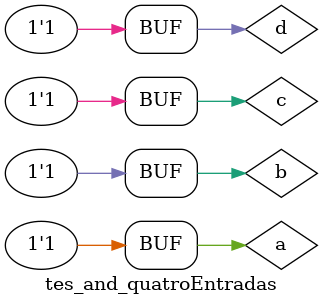
<source format=v>


module and_quatroEntradas (output s, input p, input q, input r, input w);

assign s = p & q & r & w;

endmodule  //and 4 entradas

//----------------------
//--test and 4 entradas
//------------------------
module tes_and_quatroEntradas;
//--------------dados locais
	reg a, b, c, d;   //definir registradores
	wire s;           //definir conexao(fio)

//------------instancia
and_quatroEntradas AND4 (s,a,b,c,d);

//------------preparacao
initial begin: start  //atribuicao simultanea dos valores iniciais

a=0; b=0; c=0; d=0;
end

//---------------parte principal
initial begin:main
	$display("Exercicio08 - Thais Mairink - 441710");
	$display("Test AND 4 entradas");
	$display("\na & b & c & d =  s\n");
   $monitor("%b & %b & %b & %b = %b", a, b, c, d, s);
#1 a=0; b=0; c=0; d=0;
#1 a=0; b=0; c=0; d=1;
#1 a=0; b=0; c=1; d=0;
#1 a=0; b=0; c=1; d=1;
#1 a=0; b=1; c=0; d=0;
#1 a=0; b=1; c=0; d=1;
#1 a=0; b=1; c=1; d=0;
#1 a=0; b=1; c=1; d=1;
#1 a=1; b=0; c=0; d=0;
#1 a=1; b=0; c=0; d=1;
#1 a=1; b=0; c=1; d=0;
#1 a=1; b=0; c=1; d=1;
#1 a=1; b=1; c=0; d=0;
#1 a=1; b=1; c=0; d=1;
#1 a=1; b=1; c=1; d=0;
#1 a=1; b=1; c=1; d=1;

end

endmodule //AND 4 entradas





</source>
